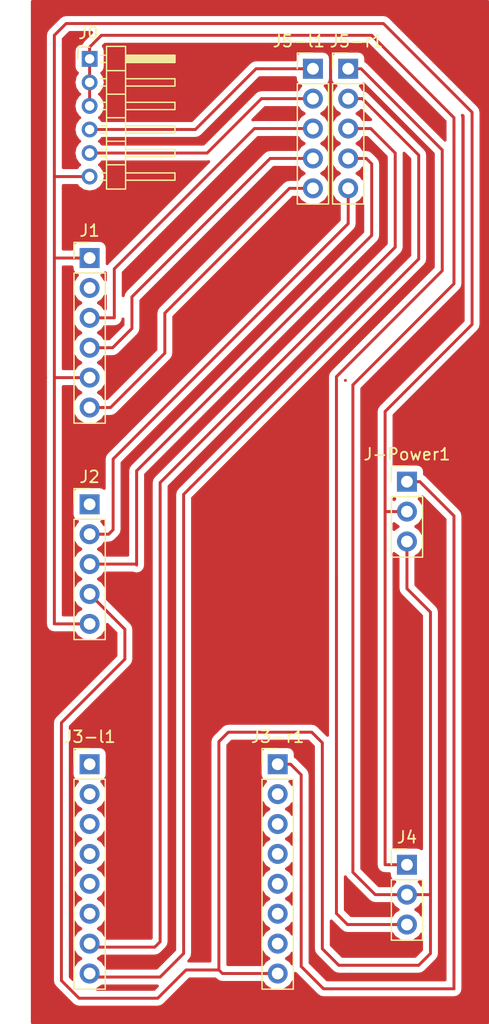
<source format=kicad_pcb>
(kicad_pcb (version 4) (host pcbnew 4.0.7)

  (general
    (links 23)
    (no_connects 1)
    (area 46.299998 51 88.000001 138.000001)
    (thickness 1.6)
    (drawings 0)
    (tracks 123)
    (zones 0)
    (modules 9)
    (nets 27)
  )

  (page A4)
  (layers
    (0 F.Cu signal)
    (31 B.Cu signal)
    (33 F.Adhes user)
    (35 F.Paste user)
    (37 F.SilkS user)
    (39 F.Mask user)
    (40 Dwgs.User user)
    (41 Cmts.User user)
    (42 Eco1.User user)
    (43 Eco2.User user)
    (44 Edge.Cuts user)
    (45 Margin user)
    (47 F.CrtYd user)
    (49 F.Fab user)
  )

  (setup
    (last_trace_width 0.25)
    (trace_clearance 0.2)
    (zone_clearance 0.508)
    (zone_45_only no)
    (trace_min 0.2)
    (segment_width 0.2)
    (edge_width 0.15)
    (via_size 0.6)
    (via_drill 0.4)
    (via_min_size 0.4)
    (via_min_drill 0.3)
    (uvia_size 0.3)
    (uvia_drill 0.1)
    (uvias_allowed no)
    (uvia_min_size 0.2)
    (uvia_min_drill 0.1)
    (pcb_text_width 0.3)
    (pcb_text_size 1.5 1.5)
    (mod_edge_width 0.15)
    (mod_text_size 1 1)
    (mod_text_width 0.15)
    (pad_size 1.524 1.524)
    (pad_drill 0.762)
    (pad_to_mask_clearance 0.2)
    (aux_axis_origin 0 0)
    (visible_elements 7FFFFFFF)
    (pcbplotparams
      (layerselection 0x00020_00000000)
      (usegerberextensions false)
      (excludeedgelayer true)
      (linewidth 2.000000)
      (plotframeref false)
      (viasonmask false)
      (mode 1)
      (useauxorigin false)
      (hpglpennumber 1)
      (hpglpenspeed 20)
      (hpglpendiameter 15)
      (hpglpenoverlay 2)
      (psnegative false)
      (psa4output false)
      (plotreference true)
      (plotvalue true)
      (plotinvisibletext false)
      (padsonsilk true)
      (subtractmaskfromsilk false)
      (outputformat 4)
      (mirror false)
      (drillshape 2)
      (scaleselection 1)
      (outputdirectory output.d/))
  )

  (net 0 "")
  (net 1 +5V)
  (net 2 +3V3)
  (net 3 GND)
  (net 4 "Net-(J0-Pad4)")
  (net 5 "Net-(J0-Pad5)")
  (net 6 "Net-(J1-Pad3)")
  (net 7 "Net-(J1-Pad4)")
  (net 8 "Net-(J1-Pad6)")
  (net 9 "Net-(J2-Pad1)")
  (net 10 "Net-(J2-Pad2)")
  (net 11 "Net-(J2-Pad3)")
  (net 12 "Net-(J3-l1-Pad1)")
  (net 13 "Net-(J3-l1-Pad2)")
  (net 14 "Net-(J3-l1-Pad3)")
  (net 15 "Net-(J3-l1-Pad4)")
  (net 16 "Net-(J3-l1-Pad5)")
  (net 17 "Net-(J3-l1-Pad6)")
  (net 18 "Net-(J3-l1-Pad7)")
  (net 19 "Net-(J3-l1-Pad8)")
  (net 20 "Net-(J3-r1-Pad2)")
  (net 21 "Net-(J3-r1-Pad3)")
  (net 22 "Net-(J3-r1-Pad4)")
  (net 23 "Net-(J3-r1-Pad5)")
  (net 24 "Net-(J3-r1-Pad6)")
  (net 25 "Net-(J3-r1-Pad7)")
  (net 26 "Net-(J4-Pad3)")

  (net_class Default 这是默认网络组.
    (clearance 0.2)
    (trace_width 0.25)
    (via_dia 0.6)
    (via_drill 0.4)
    (uvia_dia 0.3)
    (uvia_drill 0.1)
    (add_net +3V3)
    (add_net +5V)
    (add_net GND)
    (add_net "Net-(J0-Pad4)")
    (add_net "Net-(J0-Pad5)")
    (add_net "Net-(J1-Pad3)")
    (add_net "Net-(J1-Pad4)")
    (add_net "Net-(J1-Pad6)")
    (add_net "Net-(J2-Pad1)")
    (add_net "Net-(J2-Pad2)")
    (add_net "Net-(J2-Pad3)")
    (add_net "Net-(J3-l1-Pad1)")
    (add_net "Net-(J3-l1-Pad2)")
    (add_net "Net-(J3-l1-Pad3)")
    (add_net "Net-(J3-l1-Pad4)")
    (add_net "Net-(J3-l1-Pad5)")
    (add_net "Net-(J3-l1-Pad6)")
    (add_net "Net-(J3-l1-Pad7)")
    (add_net "Net-(J3-l1-Pad8)")
    (add_net "Net-(J3-r1-Pad2)")
    (add_net "Net-(J3-r1-Pad3)")
    (add_net "Net-(J3-r1-Pad4)")
    (add_net "Net-(J3-r1-Pad5)")
    (add_net "Net-(J3-r1-Pad6)")
    (add_net "Net-(J3-r1-Pad7)")
    (add_net "Net-(J4-Pad3)")
  )

  (module Pin_Headers:Pin_Header_Straight_1x03_Pitch2.54mm (layer F.Cu) (tedit 59650532) (tstamp 59DB0A04)
    (at 81 91.92)
    (descr "Through hole straight pin header, 1x03, 2.54mm pitch, single row")
    (tags "Through hole pin header THT 1x03 2.54mm single row")
    (path /59DB06A5)
    (fp_text reference J-Power1 (at 0 -2.33) (layer F.SilkS)
      (effects (font (size 1 1) (thickness 0.15)))
    )
    (fp_text value Power (at 0 7.41) (layer F.Fab)
      (effects (font (size 1 1) (thickness 0.15)))
    )
    (fp_line (start -0.635 -1.27) (end 1.27 -1.27) (layer F.Fab) (width 0.1))
    (fp_line (start 1.27 -1.27) (end 1.27 6.35) (layer F.Fab) (width 0.1))
    (fp_line (start 1.27 6.35) (end -1.27 6.35) (layer F.Fab) (width 0.1))
    (fp_line (start -1.27 6.35) (end -1.27 -0.635) (layer F.Fab) (width 0.1))
    (fp_line (start -1.27 -0.635) (end -0.635 -1.27) (layer F.Fab) (width 0.1))
    (fp_line (start -1.33 6.41) (end 1.33 6.41) (layer F.SilkS) (width 0.12))
    (fp_line (start -1.33 1.27) (end -1.33 6.41) (layer F.SilkS) (width 0.12))
    (fp_line (start 1.33 1.27) (end 1.33 6.41) (layer F.SilkS) (width 0.12))
    (fp_line (start -1.33 1.27) (end 1.33 1.27) (layer F.SilkS) (width 0.12))
    (fp_line (start -1.33 0) (end -1.33 -1.33) (layer F.SilkS) (width 0.12))
    (fp_line (start -1.33 -1.33) (end 0 -1.33) (layer F.SilkS) (width 0.12))
    (fp_line (start -1.8 -1.8) (end -1.8 6.85) (layer F.CrtYd) (width 0.05))
    (fp_line (start -1.8 6.85) (end 1.8 6.85) (layer F.CrtYd) (width 0.05))
    (fp_line (start 1.8 6.85) (end 1.8 -1.8) (layer F.CrtYd) (width 0.05))
    (fp_line (start 1.8 -1.8) (end -1.8 -1.8) (layer F.CrtYd) (width 0.05))
    (fp_text user %R (at 0 2.54 90) (layer F.Fab)
      (effects (font (size 1 1) (thickness 0.15)))
    )
    (pad 1 thru_hole rect (at 0 0) (size 1.7 1.7) (drill 1) (layers *.Cu *.Mask)
      (net 1 +5V))
    (pad 2 thru_hole oval (at 0 2.54) (size 1.7 1.7) (drill 1) (layers *.Cu *.Mask)
      (net 2 +3V3))
    (pad 3 thru_hole oval (at 0 5.08) (size 1.7 1.7) (drill 1) (layers *.Cu *.Mask)
      (net 3 GND))
    (model ${KISYS3DMOD}/Pin_Headers.3dshapes/Pin_Header_Straight_1x03_Pitch2.54mm.wrl
      (at (xyz 0 0 0))
      (scale (xyz 1 1 1))
      (rotate (xyz 0 0 0))
    )
  )

  (module Pin_Headers:Pin_Header_Angled_1x06_Pitch2.00mm (layer F.Cu) (tedit 59650533) (tstamp 59DB0A0E)
    (at 54 56)
    (descr "Through hole angled pin header, 1x06, 2.00mm pitch, 4.2mm pin length, single row")
    (tags "Through hole angled pin header THT 1x06 2.00mm single row")
    (path /59DAE385)
    (fp_text reference J0 (at -0.1 -2.2) (layer F.SilkS)
      (effects (font (size 1 1) (thickness 0.15)))
    )
    (fp_text value LC12S (at 3.1 12) (layer F.Fab)
      (effects (font (size 1 1) (thickness 0.15)))
    )
    (fp_line (start 1.875 -1) (end 3 -1) (layer F.Fab) (width 0.1))
    (fp_line (start 3 -1) (end 3 11) (layer F.Fab) (width 0.1))
    (fp_line (start 3 11) (end 1.5 11) (layer F.Fab) (width 0.1))
    (fp_line (start 1.5 11) (end 1.5 -0.625) (layer F.Fab) (width 0.1))
    (fp_line (start 1.5 -0.625) (end 1.875 -1) (layer F.Fab) (width 0.1))
    (fp_line (start -0.25 -0.25) (end 1.5 -0.25) (layer F.Fab) (width 0.1))
    (fp_line (start -0.25 -0.25) (end -0.25 0.25) (layer F.Fab) (width 0.1))
    (fp_line (start -0.25 0.25) (end 1.5 0.25) (layer F.Fab) (width 0.1))
    (fp_line (start 3 -0.25) (end 7.2 -0.25) (layer F.Fab) (width 0.1))
    (fp_line (start 7.2 -0.25) (end 7.2 0.25) (layer F.Fab) (width 0.1))
    (fp_line (start 3 0.25) (end 7.2 0.25) (layer F.Fab) (width 0.1))
    (fp_line (start -0.25 1.75) (end 1.5 1.75) (layer F.Fab) (width 0.1))
    (fp_line (start -0.25 1.75) (end -0.25 2.25) (layer F.Fab) (width 0.1))
    (fp_line (start -0.25 2.25) (end 1.5 2.25) (layer F.Fab) (width 0.1))
    (fp_line (start 3 1.75) (end 7.2 1.75) (layer F.Fab) (width 0.1))
    (fp_line (start 7.2 1.75) (end 7.2 2.25) (layer F.Fab) (width 0.1))
    (fp_line (start 3 2.25) (end 7.2 2.25) (layer F.Fab) (width 0.1))
    (fp_line (start -0.25 3.75) (end 1.5 3.75) (layer F.Fab) (width 0.1))
    (fp_line (start -0.25 3.75) (end -0.25 4.25) (layer F.Fab) (width 0.1))
    (fp_line (start -0.25 4.25) (end 1.5 4.25) (layer F.Fab) (width 0.1))
    (fp_line (start 3 3.75) (end 7.2 3.75) (layer F.Fab) (width 0.1))
    (fp_line (start 7.2 3.75) (end 7.2 4.25) (layer F.Fab) (width 0.1))
    (fp_line (start 3 4.25) (end 7.2 4.25) (layer F.Fab) (width 0.1))
    (fp_line (start -0.25 5.75) (end 1.5 5.75) (layer F.Fab) (width 0.1))
    (fp_line (start -0.25 5.75) (end -0.25 6.25) (layer F.Fab) (width 0.1))
    (fp_line (start -0.25 6.25) (end 1.5 6.25) (layer F.Fab) (width 0.1))
    (fp_line (start 3 5.75) (end 7.2 5.75) (layer F.Fab) (width 0.1))
    (fp_line (start 7.2 5.75) (end 7.2 6.25) (layer F.Fab) (width 0.1))
    (fp_line (start 3 6.25) (end 7.2 6.25) (layer F.Fab) (width 0.1))
    (fp_line (start -0.25 7.75) (end 1.5 7.75) (layer F.Fab) (width 0.1))
    (fp_line (start -0.25 7.75) (end -0.25 8.25) (layer F.Fab) (width 0.1))
    (fp_line (start -0.25 8.25) (end 1.5 8.25) (layer F.Fab) (width 0.1))
    (fp_line (start 3 7.75) (end 7.2 7.75) (layer F.Fab) (width 0.1))
    (fp_line (start 7.2 7.75) (end 7.2 8.25) (layer F.Fab) (width 0.1))
    (fp_line (start 3 8.25) (end 7.2 8.25) (layer F.Fab) (width 0.1))
    (fp_line (start -0.25 9.75) (end 1.5 9.75) (layer F.Fab) (width 0.1))
    (fp_line (start -0.25 9.75) (end -0.25 10.25) (layer F.Fab) (width 0.1))
    (fp_line (start -0.25 10.25) (end 1.5 10.25) (layer F.Fab) (width 0.1))
    (fp_line (start 3 9.75) (end 7.2 9.75) (layer F.Fab) (width 0.1))
    (fp_line (start 7.2 9.75) (end 7.2 10.25) (layer F.Fab) (width 0.1))
    (fp_line (start 3 10.25) (end 7.2 10.25) (layer F.Fab) (width 0.1))
    (fp_line (start 1.44 -1.06) (end 1.44 11.06) (layer F.SilkS) (width 0.12))
    (fp_line (start 1.44 11.06) (end 3.06 11.06) (layer F.SilkS) (width 0.12))
    (fp_line (start 3.06 11.06) (end 3.06 -1.06) (layer F.SilkS) (width 0.12))
    (fp_line (start 3.06 -1.06) (end 1.44 -1.06) (layer F.SilkS) (width 0.12))
    (fp_line (start 3.06 -0.31) (end 7.26 -0.31) (layer F.SilkS) (width 0.12))
    (fp_line (start 7.26 -0.31) (end 7.26 0.31) (layer F.SilkS) (width 0.12))
    (fp_line (start 7.26 0.31) (end 3.06 0.31) (layer F.SilkS) (width 0.12))
    (fp_line (start 3.06 -0.25) (end 7.26 -0.25) (layer F.SilkS) (width 0.12))
    (fp_line (start 3.06 -0.13) (end 7.26 -0.13) (layer F.SilkS) (width 0.12))
    (fp_line (start 3.06 -0.01) (end 7.26 -0.01) (layer F.SilkS) (width 0.12))
    (fp_line (start 3.06 0.11) (end 7.26 0.11) (layer F.SilkS) (width 0.12))
    (fp_line (start 3.06 0.23) (end 7.26 0.23) (layer F.SilkS) (width 0.12))
    (fp_line (start 0.935 -0.31) (end 1.44 -0.31) (layer F.SilkS) (width 0.12))
    (fp_line (start 0.935 0.31) (end 1.44 0.31) (layer F.SilkS) (width 0.12))
    (fp_line (start 1.44 1) (end 3.06 1) (layer F.SilkS) (width 0.12))
    (fp_line (start 3.06 1.69) (end 7.26 1.69) (layer F.SilkS) (width 0.12))
    (fp_line (start 7.26 1.69) (end 7.26 2.31) (layer F.SilkS) (width 0.12))
    (fp_line (start 7.26 2.31) (end 3.06 2.31) (layer F.SilkS) (width 0.12))
    (fp_line (start 0.882114 1.69) (end 1.44 1.69) (layer F.SilkS) (width 0.12))
    (fp_line (start 0.882114 2.31) (end 1.44 2.31) (layer F.SilkS) (width 0.12))
    (fp_line (start 1.44 3) (end 3.06 3) (layer F.SilkS) (width 0.12))
    (fp_line (start 3.06 3.69) (end 7.26 3.69) (layer F.SilkS) (width 0.12))
    (fp_line (start 7.26 3.69) (end 7.26 4.31) (layer F.SilkS) (width 0.12))
    (fp_line (start 7.26 4.31) (end 3.06 4.31) (layer F.SilkS) (width 0.12))
    (fp_line (start 0.882114 3.69) (end 1.44 3.69) (layer F.SilkS) (width 0.12))
    (fp_line (start 0.882114 4.31) (end 1.44 4.31) (layer F.SilkS) (width 0.12))
    (fp_line (start 1.44 5) (end 3.06 5) (layer F.SilkS) (width 0.12))
    (fp_line (start 3.06 5.69) (end 7.26 5.69) (layer F.SilkS) (width 0.12))
    (fp_line (start 7.26 5.69) (end 7.26 6.31) (layer F.SilkS) (width 0.12))
    (fp_line (start 7.26 6.31) (end 3.06 6.31) (layer F.SilkS) (width 0.12))
    (fp_line (start 0.882114 5.69) (end 1.44 5.69) (layer F.SilkS) (width 0.12))
    (fp_line (start 0.882114 6.31) (end 1.44 6.31) (layer F.SilkS) (width 0.12))
    (fp_line (start 1.44 7) (end 3.06 7) (layer F.SilkS) (width 0.12))
    (fp_line (start 3.06 7.69) (end 7.26 7.69) (layer F.SilkS) (width 0.12))
    (fp_line (start 7.26 7.69) (end 7.26 8.31) (layer F.SilkS) (width 0.12))
    (fp_line (start 7.26 8.31) (end 3.06 8.31) (layer F.SilkS) (width 0.12))
    (fp_line (start 0.882114 7.69) (end 1.44 7.69) (layer F.SilkS) (width 0.12))
    (fp_line (start 0.882114 8.31) (end 1.44 8.31) (layer F.SilkS) (width 0.12))
    (fp_line (start 1.44 9) (end 3.06 9) (layer F.SilkS) (width 0.12))
    (fp_line (start 3.06 9.69) (end 7.26 9.69) (layer F.SilkS) (width 0.12))
    (fp_line (start 7.26 9.69) (end 7.26 10.31) (layer F.SilkS) (width 0.12))
    (fp_line (start 7.26 10.31) (end 3.06 10.31) (layer F.SilkS) (width 0.12))
    (fp_line (start 0.882114 9.69) (end 1.44 9.69) (layer F.SilkS) (width 0.12))
    (fp_line (start 0.882114 10.31) (end 1.44 10.31) (layer F.SilkS) (width 0.12))
    (fp_line (start -1 0) (end -1 -1) (layer F.SilkS) (width 0.12))
    (fp_line (start -1 -1) (end 0 -1) (layer F.SilkS) (width 0.12))
    (fp_line (start -1.5 -1.5) (end -1.5 11.5) (layer F.CrtYd) (width 0.05))
    (fp_line (start -1.5 11.5) (end 7.7 11.5) (layer F.CrtYd) (width 0.05))
    (fp_line (start 7.7 11.5) (end 7.7 -1.5) (layer F.CrtYd) (width 0.05))
    (fp_line (start 7.7 -1.5) (end -1.5 -1.5) (layer F.CrtYd) (width 0.05))
    (fp_text user %R (at 2.25 5 90) (layer F.Fab)
      (effects (font (size 0.9 0.9) (thickness 0.135)))
    )
    (pad 1 thru_hole rect (at 0 0) (size 1.35 1.35) (drill 0.8) (layers *.Cu *.Mask)
      (net 3 GND))
    (pad 2 thru_hole oval (at 0 2) (size 1.35 1.35) (drill 0.8) (layers *.Cu *.Mask)
      (net 3 GND))
    (pad 3 thru_hole oval (at 0 4) (size 1.35 1.35) (drill 0.8) (layers *.Cu *.Mask)
      (net 3 GND))
    (pad 4 thru_hole oval (at 0 6) (size 1.35 1.35) (drill 0.8) (layers *.Cu *.Mask)
      (net 4 "Net-(J0-Pad4)"))
    (pad 5 thru_hole oval (at 0 8) (size 1.35 1.35) (drill 0.8) (layers *.Cu *.Mask)
      (net 5 "Net-(J0-Pad5)"))
    (pad 6 thru_hole oval (at 0 10) (size 1.35 1.35) (drill 0.8) (layers *.Cu *.Mask)
      (net 2 +3V3))
    (model ${KISYS3DMOD}/Pin_Headers.3dshapes/Pin_Header_Angled_1x06_Pitch2.00mm.wrl
      (at (xyz 0 0 0))
      (scale (xyz 1 1 1))
      (rotate (xyz 0 0 0))
    )
  )

  (module Socket_Strips:Socket_Strip_Straight_1x06_Pitch2.54mm (layer F.Cu) (tedit 58CD5446) (tstamp 59DB0A18)
    (at 54 72.92)
    (descr "Through hole straight socket strip, 1x06, 2.54mm pitch, single row")
    (tags "Through hole socket strip THT 1x06 2.54mm single row")
    (path /59DAE429)
    (fp_text reference J1 (at 0 -2.33) (layer F.SilkS)
      (effects (font (size 1 1) (thickness 0.15)))
    )
    (fp_text value OLED (at 0 15.03) (layer F.Fab)
      (effects (font (size 1 1) (thickness 0.15)))
    )
    (fp_line (start -1.27 -1.27) (end -1.27 13.97) (layer F.Fab) (width 0.1))
    (fp_line (start -1.27 13.97) (end 1.27 13.97) (layer F.Fab) (width 0.1))
    (fp_line (start 1.27 13.97) (end 1.27 -1.27) (layer F.Fab) (width 0.1))
    (fp_line (start 1.27 -1.27) (end -1.27 -1.27) (layer F.Fab) (width 0.1))
    (fp_line (start -1.33 1.27) (end -1.33 14.03) (layer F.SilkS) (width 0.12))
    (fp_line (start -1.33 14.03) (end 1.33 14.03) (layer F.SilkS) (width 0.12))
    (fp_line (start 1.33 14.03) (end 1.33 1.27) (layer F.SilkS) (width 0.12))
    (fp_line (start 1.33 1.27) (end -1.33 1.27) (layer F.SilkS) (width 0.12))
    (fp_line (start -1.33 0) (end -1.33 -1.33) (layer F.SilkS) (width 0.12))
    (fp_line (start -1.33 -1.33) (end 0 -1.33) (layer F.SilkS) (width 0.12))
    (fp_line (start -1.8 -1.8) (end -1.8 14.5) (layer F.CrtYd) (width 0.05))
    (fp_line (start -1.8 14.5) (end 1.8 14.5) (layer F.CrtYd) (width 0.05))
    (fp_line (start 1.8 14.5) (end 1.8 -1.8) (layer F.CrtYd) (width 0.05))
    (fp_line (start 1.8 -1.8) (end -1.8 -1.8) (layer F.CrtYd) (width 0.05))
    (fp_text user %R (at 0 -2.33) (layer F.Fab)
      (effects (font (size 1 1) (thickness 0.15)))
    )
    (pad 1 thru_hole rect (at 0 0) (size 1.7 1.7) (drill 1) (layers *.Cu *.Mask)
      (net 2 +3V3))
    (pad 2 thru_hole oval (at 0 2.54) (size 1.7 1.7) (drill 1) (layers *.Cu *.Mask)
      (net 3 GND))
    (pad 3 thru_hole oval (at 0 5.08) (size 1.7 1.7) (drill 1) (layers *.Cu *.Mask)
      (net 6 "Net-(J1-Pad3)"))
    (pad 4 thru_hole oval (at 0 7.62) (size 1.7 1.7) (drill 1) (layers *.Cu *.Mask)
      (net 7 "Net-(J1-Pad4)"))
    (pad 5 thru_hole oval (at 0 10.16) (size 1.7 1.7) (drill 1) (layers *.Cu *.Mask)
      (net 2 +3V3))
    (pad 6 thru_hole oval (at 0 12.7) (size 1.7 1.7) (drill 1) (layers *.Cu *.Mask)
      (net 8 "Net-(J1-Pad6)"))
    (model ${KISYS3DMOD}/Socket_Strips.3dshapes/Socket_Strip_Straight_1x06_Pitch2.54mm.wrl
      (at (xyz 0 -0.25 0))
      (scale (xyz 1 1 1))
      (rotate (xyz 0 0 270))
    )
  )

  (module Socket_Strips:Socket_Strip_Straight_1x05_Pitch2.54mm (layer F.Cu) (tedit 58CD5446) (tstamp 59DB0A21)
    (at 54 93.84)
    (descr "Through hole straight socket strip, 1x05, 2.54mm pitch, single row")
    (tags "Through hole socket strip THT 1x05 2.54mm single row")
    (path /59DAE478)
    (fp_text reference J2 (at 0 -2.33) (layer F.SilkS)
      (effects (font (size 1 1) (thickness 0.15)))
    )
    (fp_text value GPS (at 0 12.49) (layer F.Fab)
      (effects (font (size 1 1) (thickness 0.15)))
    )
    (fp_line (start -1.27 -1.27) (end -1.27 11.43) (layer F.Fab) (width 0.1))
    (fp_line (start -1.27 11.43) (end 1.27 11.43) (layer F.Fab) (width 0.1))
    (fp_line (start 1.27 11.43) (end 1.27 -1.27) (layer F.Fab) (width 0.1))
    (fp_line (start 1.27 -1.27) (end -1.27 -1.27) (layer F.Fab) (width 0.1))
    (fp_line (start -1.33 1.27) (end -1.33 11.49) (layer F.SilkS) (width 0.12))
    (fp_line (start -1.33 11.49) (end 1.33 11.49) (layer F.SilkS) (width 0.12))
    (fp_line (start 1.33 11.49) (end 1.33 1.27) (layer F.SilkS) (width 0.12))
    (fp_line (start 1.33 1.27) (end -1.33 1.27) (layer F.SilkS) (width 0.12))
    (fp_line (start -1.33 0) (end -1.33 -1.33) (layer F.SilkS) (width 0.12))
    (fp_line (start -1.33 -1.33) (end 0 -1.33) (layer F.SilkS) (width 0.12))
    (fp_line (start -1.8 -1.8) (end -1.8 11.95) (layer F.CrtYd) (width 0.05))
    (fp_line (start -1.8 11.95) (end 1.8 11.95) (layer F.CrtYd) (width 0.05))
    (fp_line (start 1.8 11.95) (end 1.8 -1.8) (layer F.CrtYd) (width 0.05))
    (fp_line (start 1.8 -1.8) (end -1.8 -1.8) (layer F.CrtYd) (width 0.05))
    (fp_text user %R (at 0 -2.33) (layer F.Fab)
      (effects (font (size 1 1) (thickness 0.15)))
    )
    (pad 1 thru_hole rect (at 0 0) (size 1.7 1.7) (drill 1) (layers *.Cu *.Mask)
      (net 9 "Net-(J2-Pad1)"))
    (pad 2 thru_hole oval (at 0 2.54) (size 1.7 1.7) (drill 1) (layers *.Cu *.Mask)
      (net 10 "Net-(J2-Pad2)"))
    (pad 3 thru_hole oval (at 0 5.08) (size 1.7 1.7) (drill 1) (layers *.Cu *.Mask)
      (net 11 "Net-(J2-Pad3)"))
    (pad 4 thru_hole oval (at 0 7.62) (size 1.7 1.7) (drill 1) (layers *.Cu *.Mask)
      (net 3 GND))
    (pad 5 thru_hole oval (at 0 10.16) (size 1.7 1.7) (drill 1) (layers *.Cu *.Mask)
      (net 2 +3V3))
    (model ${KISYS3DMOD}/Socket_Strips.3dshapes/Socket_Strip_Straight_1x05_Pitch2.54mm.wrl
      (at (xyz 0 -0.2 0))
      (scale (xyz 1 1 1))
      (rotate (xyz 0 0 270))
    )
  )

  (module Socket_Strips:Socket_Strip_Straight_1x08_Pitch2.54mm (layer F.Cu) (tedit 58CD5446) (tstamp 59DB0A2D)
    (at 54 115.92)
    (descr "Through hole straight socket strip, 1x08, 2.54mm pitch, single row")
    (tags "Through hole socket strip THT 1x08 2.54mm single row")
    (path /59DAE4D8)
    (fp_text reference J3-l1 (at 0 -2.33) (layer F.SilkS)
      (effects (font (size 1 1) (thickness 0.15)))
    )
    (fp_text value "speaker (left  pins)" (at 0 20.11) (layer F.Fab)
      (effects (font (size 1 1) (thickness 0.15)))
    )
    (fp_line (start -1.27 -1.27) (end -1.27 19.05) (layer F.Fab) (width 0.1))
    (fp_line (start -1.27 19.05) (end 1.27 19.05) (layer F.Fab) (width 0.1))
    (fp_line (start 1.27 19.05) (end 1.27 -1.27) (layer F.Fab) (width 0.1))
    (fp_line (start 1.27 -1.27) (end -1.27 -1.27) (layer F.Fab) (width 0.1))
    (fp_line (start -1.33 1.27) (end -1.33 19.11) (layer F.SilkS) (width 0.12))
    (fp_line (start -1.33 19.11) (end 1.33 19.11) (layer F.SilkS) (width 0.12))
    (fp_line (start 1.33 19.11) (end 1.33 1.27) (layer F.SilkS) (width 0.12))
    (fp_line (start 1.33 1.27) (end -1.33 1.27) (layer F.SilkS) (width 0.12))
    (fp_line (start -1.33 0) (end -1.33 -1.33) (layer F.SilkS) (width 0.12))
    (fp_line (start -1.33 -1.33) (end 0 -1.33) (layer F.SilkS) (width 0.12))
    (fp_line (start -1.8 -1.8) (end -1.8 19.55) (layer F.CrtYd) (width 0.05))
    (fp_line (start -1.8 19.55) (end 1.8 19.55) (layer F.CrtYd) (width 0.05))
    (fp_line (start 1.8 19.55) (end 1.8 -1.8) (layer F.CrtYd) (width 0.05))
    (fp_line (start 1.8 -1.8) (end -1.8 -1.8) (layer F.CrtYd) (width 0.05))
    (fp_text user %R (at 0 -2.33) (layer F.Fab)
      (effects (font (size 1 1) (thickness 0.15)))
    )
    (pad 1 thru_hole rect (at 0 0) (size 1.7 1.7) (drill 1) (layers *.Cu *.Mask)
      (net 12 "Net-(J3-l1-Pad1)"))
    (pad 2 thru_hole oval (at 0 2.54) (size 1.7 1.7) (drill 1) (layers *.Cu *.Mask)
      (net 13 "Net-(J3-l1-Pad2)"))
    (pad 3 thru_hole oval (at 0 5.08) (size 1.7 1.7) (drill 1) (layers *.Cu *.Mask)
      (net 14 "Net-(J3-l1-Pad3)"))
    (pad 4 thru_hole oval (at 0 7.62) (size 1.7 1.7) (drill 1) (layers *.Cu *.Mask)
      (net 15 "Net-(J3-l1-Pad4)"))
    (pad 5 thru_hole oval (at 0 10.16) (size 1.7 1.7) (drill 1) (layers *.Cu *.Mask)
      (net 16 "Net-(J3-l1-Pad5)"))
    (pad 6 thru_hole oval (at 0 12.7) (size 1.7 1.7) (drill 1) (layers *.Cu *.Mask)
      (net 17 "Net-(J3-l1-Pad6)"))
    (pad 7 thru_hole oval (at 0 15.24) (size 1.7 1.7) (drill 1) (layers *.Cu *.Mask)
      (net 18 "Net-(J3-l1-Pad7)"))
    (pad 8 thru_hole oval (at 0 17.78) (size 1.7 1.7) (drill 1) (layers *.Cu *.Mask)
      (net 19 "Net-(J3-l1-Pad8)"))
    (model ${KISYS3DMOD}/Socket_Strips.3dshapes/Socket_Strip_Straight_1x08_Pitch2.54mm.wrl
      (at (xyz 0 -0.35 0))
      (scale (xyz 1 1 1))
      (rotate (xyz 0 0 270))
    )
  )

  (module Socket_Strips:Socket_Strip_Straight_1x08_Pitch2.54mm (layer F.Cu) (tedit 58CD5446) (tstamp 59DB0A39)
    (at 70 115.92)
    (descr "Through hole straight socket strip, 1x08, 2.54mm pitch, single row")
    (tags "Through hole socket strip THT 1x08 2.54mm single row")
    (path /59DAE59D)
    (fp_text reference J3-r1 (at 0 -2.33) (layer F.SilkS)
      (effects (font (size 1 1) (thickness 0.15)))
    )
    (fp_text value "speaker (right  pins)" (at 0 20.11) (layer F.Fab)
      (effects (font (size 1 1) (thickness 0.15)))
    )
    (fp_line (start -1.27 -1.27) (end -1.27 19.05) (layer F.Fab) (width 0.1))
    (fp_line (start -1.27 19.05) (end 1.27 19.05) (layer F.Fab) (width 0.1))
    (fp_line (start 1.27 19.05) (end 1.27 -1.27) (layer F.Fab) (width 0.1))
    (fp_line (start 1.27 -1.27) (end -1.27 -1.27) (layer F.Fab) (width 0.1))
    (fp_line (start -1.33 1.27) (end -1.33 19.11) (layer F.SilkS) (width 0.12))
    (fp_line (start -1.33 19.11) (end 1.33 19.11) (layer F.SilkS) (width 0.12))
    (fp_line (start 1.33 19.11) (end 1.33 1.27) (layer F.SilkS) (width 0.12))
    (fp_line (start 1.33 1.27) (end -1.33 1.27) (layer F.SilkS) (width 0.12))
    (fp_line (start -1.33 0) (end -1.33 -1.33) (layer F.SilkS) (width 0.12))
    (fp_line (start -1.33 -1.33) (end 0 -1.33) (layer F.SilkS) (width 0.12))
    (fp_line (start -1.8 -1.8) (end -1.8 19.55) (layer F.CrtYd) (width 0.05))
    (fp_line (start -1.8 19.55) (end 1.8 19.55) (layer F.CrtYd) (width 0.05))
    (fp_line (start 1.8 19.55) (end 1.8 -1.8) (layer F.CrtYd) (width 0.05))
    (fp_line (start 1.8 -1.8) (end -1.8 -1.8) (layer F.CrtYd) (width 0.05))
    (fp_text user %R (at 0 -2.33) (layer F.Fab)
      (effects (font (size 1 1) (thickness 0.15)))
    )
    (pad 1 thru_hole rect (at 0 0) (size 1.7 1.7) (drill 1) (layers *.Cu *.Mask)
      (net 1 +5V))
    (pad 2 thru_hole oval (at 0 2.54) (size 1.7 1.7) (drill 1) (layers *.Cu *.Mask)
      (net 20 "Net-(J3-r1-Pad2)"))
    (pad 3 thru_hole oval (at 0 5.08) (size 1.7 1.7) (drill 1) (layers *.Cu *.Mask)
      (net 21 "Net-(J3-r1-Pad3)"))
    (pad 4 thru_hole oval (at 0 7.62) (size 1.7 1.7) (drill 1) (layers *.Cu *.Mask)
      (net 22 "Net-(J3-r1-Pad4)"))
    (pad 5 thru_hole oval (at 0 10.16) (size 1.7 1.7) (drill 1) (layers *.Cu *.Mask)
      (net 23 "Net-(J3-r1-Pad5)"))
    (pad 6 thru_hole oval (at 0 12.7) (size 1.7 1.7) (drill 1) (layers *.Cu *.Mask)
      (net 24 "Net-(J3-r1-Pad6)"))
    (pad 7 thru_hole oval (at 0 15.24) (size 1.7 1.7) (drill 1) (layers *.Cu *.Mask)
      (net 25 "Net-(J3-r1-Pad7)"))
    (pad 8 thru_hole oval (at 0 17.78) (size 1.7 1.7) (drill 1) (layers *.Cu *.Mask)
      (net 3 GND))
    (model ${KISYS3DMOD}/Socket_Strips.3dshapes/Socket_Strip_Straight_1x08_Pitch2.54mm.wrl
      (at (xyz 0 -0.35 0))
      (scale (xyz 1 1 1))
      (rotate (xyz 0 0 270))
    )
  )

  (module Socket_Strips:Socket_Strip_Straight_1x03_Pitch2.54mm (layer F.Cu) (tedit 58CD5446) (tstamp 59DB0A40)
    (at 81 124.46)
    (descr "Through hole straight socket strip, 1x03, 2.54mm pitch, single row")
    (tags "Through hole socket strip THT 1x03 2.54mm single row")
    (path /59DAE7C5)
    (fp_text reference J4 (at 0 -2.33) (layer F.SilkS)
      (effects (font (size 1 1) (thickness 0.15)))
    )
    (fp_text value IR (at 0 7.41) (layer F.Fab)
      (effects (font (size 1 1) (thickness 0.15)))
    )
    (fp_line (start -1.27 -1.27) (end -1.27 6.35) (layer F.Fab) (width 0.1))
    (fp_line (start -1.27 6.35) (end 1.27 6.35) (layer F.Fab) (width 0.1))
    (fp_line (start 1.27 6.35) (end 1.27 -1.27) (layer F.Fab) (width 0.1))
    (fp_line (start 1.27 -1.27) (end -1.27 -1.27) (layer F.Fab) (width 0.1))
    (fp_line (start -1.33 1.27) (end -1.33 6.41) (layer F.SilkS) (width 0.12))
    (fp_line (start -1.33 6.41) (end 1.33 6.41) (layer F.SilkS) (width 0.12))
    (fp_line (start 1.33 6.41) (end 1.33 1.27) (layer F.SilkS) (width 0.12))
    (fp_line (start 1.33 1.27) (end -1.33 1.27) (layer F.SilkS) (width 0.12))
    (fp_line (start -1.33 0) (end -1.33 -1.33) (layer F.SilkS) (width 0.12))
    (fp_line (start -1.33 -1.33) (end 0 -1.33) (layer F.SilkS) (width 0.12))
    (fp_line (start -1.8 -1.8) (end -1.8 6.85) (layer F.CrtYd) (width 0.05))
    (fp_line (start -1.8 6.85) (end 1.8 6.85) (layer F.CrtYd) (width 0.05))
    (fp_line (start 1.8 6.85) (end 1.8 -1.8) (layer F.CrtYd) (width 0.05))
    (fp_line (start 1.8 -1.8) (end -1.8 -1.8) (layer F.CrtYd) (width 0.05))
    (fp_text user %R (at 0 -2.33) (layer F.Fab)
      (effects (font (size 1 1) (thickness 0.15)))
    )
    (pad 1 thru_hole rect (at 0 0) (size 1.7 1.7) (drill 1) (layers *.Cu *.Mask)
      (net 2 +3V3))
    (pad 2 thru_hole oval (at 0 2.54) (size 1.7 1.7) (drill 1) (layers *.Cu *.Mask)
      (net 3 GND))
    (pad 3 thru_hole oval (at 0 5.08) (size 1.7 1.7) (drill 1) (layers *.Cu *.Mask)
      (net 26 "Net-(J4-Pad3)"))
    (model ${KISYS3DMOD}/Socket_Strips.3dshapes/Socket_Strip_Straight_1x03_Pitch2.54mm.wrl
      (at (xyz 0 -0.1 0))
      (scale (xyz 1 1 1))
      (rotate (xyz 0 0 270))
    )
  )

  (module Pin_Headers:Pin_Header_Straight_1x05_Pitch2.54mm (layer F.Cu) (tedit 59650532) (tstamp 59DB0A49)
    (at 73 56.84)
    (descr "Through hole straight pin header, 1x05, 2.54mm pitch, single row")
    (tags "Through hole pin header THT 1x05 2.54mm single row")
    (path /59DB0DC3)
    (fp_text reference J5-l1 (at -1.2 -2.34) (layer F.SilkS)
      (effects (font (size 1 1) (thickness 0.15)))
    )
    (fp_text value "Out(1)" (at 0 12.49) (layer F.Fab)
      (effects (font (size 1 1) (thickness 0.15)))
    )
    (fp_line (start -0.635 -1.27) (end 1.27 -1.27) (layer F.Fab) (width 0.1))
    (fp_line (start 1.27 -1.27) (end 1.27 11.43) (layer F.Fab) (width 0.1))
    (fp_line (start 1.27 11.43) (end -1.27 11.43) (layer F.Fab) (width 0.1))
    (fp_line (start -1.27 11.43) (end -1.27 -0.635) (layer F.Fab) (width 0.1))
    (fp_line (start -1.27 -0.635) (end -0.635 -1.27) (layer F.Fab) (width 0.1))
    (fp_line (start -1.33 11.49) (end 1.33 11.49) (layer F.SilkS) (width 0.12))
    (fp_line (start -1.33 1.27) (end -1.33 11.49) (layer F.SilkS) (width 0.12))
    (fp_line (start 1.33 1.27) (end 1.33 11.49) (layer F.SilkS) (width 0.12))
    (fp_line (start -1.33 1.27) (end 1.33 1.27) (layer F.SilkS) (width 0.12))
    (fp_line (start -1.33 0) (end -1.33 -1.33) (layer F.SilkS) (width 0.12))
    (fp_line (start -1.33 -1.33) (end 0 -1.33) (layer F.SilkS) (width 0.12))
    (fp_line (start -1.8 -1.8) (end -1.8 11.95) (layer F.CrtYd) (width 0.05))
    (fp_line (start -1.8 11.95) (end 1.8 11.95) (layer F.CrtYd) (width 0.05))
    (fp_line (start 1.8 11.95) (end 1.8 -1.8) (layer F.CrtYd) (width 0.05))
    (fp_line (start 1.8 -1.8) (end -1.8 -1.8) (layer F.CrtYd) (width 0.05))
    (fp_text user %R (at 0 5.08 90) (layer F.Fab)
      (effects (font (size 1 1) (thickness 0.15)))
    )
    (pad 1 thru_hole rect (at 0 0) (size 1.7 1.7) (drill 1) (layers *.Cu *.Mask)
      (net 4 "Net-(J0-Pad4)"))
    (pad 2 thru_hole oval (at 0 2.54) (size 1.7 1.7) (drill 1) (layers *.Cu *.Mask)
      (net 5 "Net-(J0-Pad5)"))
    (pad 3 thru_hole oval (at 0 5.08) (size 1.7 1.7) (drill 1) (layers *.Cu *.Mask)
      (net 6 "Net-(J1-Pad3)"))
    (pad 4 thru_hole oval (at 0 7.62) (size 1.7 1.7) (drill 1) (layers *.Cu *.Mask)
      (net 7 "Net-(J1-Pad4)"))
    (pad 5 thru_hole oval (at 0 10.16) (size 1.7 1.7) (drill 1) (layers *.Cu *.Mask)
      (net 8 "Net-(J1-Pad6)"))
    (model ${KISYS3DMOD}/Pin_Headers.3dshapes/Pin_Header_Straight_1x05_Pitch2.54mm.wrl
      (at (xyz 0 0 0))
      (scale (xyz 1 1 1))
      (rotate (xyz 0 0 0))
    )
  )

  (module Pin_Headers:Pin_Header_Straight_1x05_Pitch2.54mm (layer F.Cu) (tedit 59650532) (tstamp 59DB0A52)
    (at 76 56.84)
    (descr "Through hole straight pin header, 1x05, 2.54mm pitch, single row")
    (tags "Through hole pin header THT 1x05 2.54mm single row")
    (path /59DB0E7D)
    (fp_text reference J5-r1 (at 0.7 -2.33) (layer F.SilkS)
      (effects (font (size 1 1) (thickness 0.15)))
    )
    (fp_text value "Out(2)" (at 1 12.49) (layer F.Fab)
      (effects (font (size 1 1) (thickness 0.15)))
    )
    (fp_line (start -0.635 -1.27) (end 1.27 -1.27) (layer F.Fab) (width 0.1))
    (fp_line (start 1.27 -1.27) (end 1.27 11.43) (layer F.Fab) (width 0.1))
    (fp_line (start 1.27 11.43) (end -1.27 11.43) (layer F.Fab) (width 0.1))
    (fp_line (start -1.27 11.43) (end -1.27 -0.635) (layer F.Fab) (width 0.1))
    (fp_line (start -1.27 -0.635) (end -0.635 -1.27) (layer F.Fab) (width 0.1))
    (fp_line (start -1.33 11.49) (end 1.33 11.49) (layer F.SilkS) (width 0.12))
    (fp_line (start -1.33 1.27) (end -1.33 11.49) (layer F.SilkS) (width 0.12))
    (fp_line (start 1.33 1.27) (end 1.33 11.49) (layer F.SilkS) (width 0.12))
    (fp_line (start -1.33 1.27) (end 1.33 1.27) (layer F.SilkS) (width 0.12))
    (fp_line (start -1.33 0) (end -1.33 -1.33) (layer F.SilkS) (width 0.12))
    (fp_line (start -1.33 -1.33) (end 0 -1.33) (layer F.SilkS) (width 0.12))
    (fp_line (start -1.8 -1.8) (end -1.8 11.95) (layer F.CrtYd) (width 0.05))
    (fp_line (start -1.8 11.95) (end 1.8 11.95) (layer F.CrtYd) (width 0.05))
    (fp_line (start 1.8 11.95) (end 1.8 -1.8) (layer F.CrtYd) (width 0.05))
    (fp_line (start 1.8 -1.8) (end -1.8 -1.8) (layer F.CrtYd) (width 0.05))
    (fp_text user %R (at 0 5.08 90) (layer F.Fab)
      (effects (font (size 1 1) (thickness 0.15)))
    )
    (pad 1 thru_hole rect (at 0 0) (size 1.7 1.7) (drill 1) (layers *.Cu *.Mask)
      (net 26 "Net-(J4-Pad3)"))
    (pad 2 thru_hole oval (at 0 2.54) (size 1.7 1.7) (drill 1) (layers *.Cu *.Mask)
      (net 19 "Net-(J3-l1-Pad8)"))
    (pad 3 thru_hole oval (at 0 5.08) (size 1.7 1.7) (drill 1) (layers *.Cu *.Mask)
      (net 18 "Net-(J3-l1-Pad7)"))
    (pad 4 thru_hole oval (at 0 7.62) (size 1.7 1.7) (drill 1) (layers *.Cu *.Mask)
      (net 11 "Net-(J2-Pad3)"))
    (pad 5 thru_hole oval (at 0 10.16) (size 1.7 1.7) (drill 1) (layers *.Cu *.Mask)
      (net 10 "Net-(J2-Pad2)"))
    (model ${KISYS3DMOD}/Pin_Headers.3dshapes/Pin_Header_Straight_1x05_Pitch2.54mm.wrl
      (at (xyz 0 0 0))
      (scale (xyz 1 1 1))
      (rotate (xyz 0 0 0))
    )
  )

  (segment (start 81 91.92) (end 82.1 91.92) (width 0.25) (layer F.Cu) (net 1))
  (segment (start 82.1 91.92) (end 85 94.82) (width 0.25) (layer F.Cu) (net 1))
  (segment (start 85 94.82) (end 85 135) (width 0.25) (layer F.Cu) (net 1))
  (segment (start 85 135) (end 73.9 135) (width 0.25) (layer F.Cu) (net 1))
  (segment (start 73.9 135) (end 72 133.1) (width 0.25) (layer F.Cu) (net 1))
  (segment (start 72 133.1) (end 72 116.82) (width 0.25) (layer F.Cu) (net 1))
  (segment (start 72 116.82) (end 71.1 115.92) (width 0.25) (layer F.Cu) (net 1))
  (segment (start 71.1 115.92) (end 70 115.92) (width 0.25) (layer F.Cu) (net 1))
  (segment (start 71.1 115.92) (end 71.18 116) (width 0.25) (layer F.Cu) (net 1))
  (segment (start 51 66) (end 51 54) (width 0.25) (layer F.Cu) (net 2))
  (segment (start 86.54 60.54) (end 86.54 78.56) (width 0.25) (layer F.Cu) (net 2))
  (segment (start 51 54) (end 52 53) (width 0.25) (layer F.Cu) (net 2))
  (segment (start 52 53) (end 79 53) (width 0.25) (layer F.Cu) (net 2))
  (segment (start 79 53) (end 86.54 60.54) (width 0.25) (layer F.Cu) (net 2))
  (segment (start 86.54 78.56) (end 79.14 85.96) (width 0.25) (layer F.Cu) (net 2))
  (segment (start 79.14 85.96) (end 79.14 94.52) (width 0.25) (layer F.Cu) (net 2))
  (segment (start 79.2 94.46) (end 81 94.46) (width 0.25) (layer F.Cu) (net 2))
  (segment (start 79.14 124.46) (end 79.14 94.52) (width 0.25) (layer F.Cu) (net 2))
  (segment (start 79.14 94.52) (end 79.2 94.46) (width 0.25) (layer F.Cu) (net 2))
  (segment (start 81 124.46) (end 79.14 124.46) (width 0.25) (layer F.Cu) (net 2))
  (segment (start 51.08 83.08) (end 51 83.16) (width 0.25) (layer F.Cu) (net 2))
  (segment (start 51 83.16) (end 51 104) (width 0.25) (layer F.Cu) (net 2))
  (segment (start 51 104) (end 54 104) (width 0.25) (layer F.Cu) (net 2))
  (segment (start 51 73) (end 51 83) (width 0.25) (layer F.Cu) (net 2))
  (segment (start 51 83) (end 51.08 83.08) (width 0.25) (layer F.Cu) (net 2))
  (segment (start 51.08 83.08) (end 54 83.08) (width 0.25) (layer F.Cu) (net 2))
  (segment (start 52 72.92) (end 54 72.92) (width 0.25) (layer F.Cu) (net 2))
  (segment (start 51.08 72.92) (end 52 72.92) (width 0.25) (layer F.Cu) (net 2))
  (segment (start 51 73) (end 51.08 72.92) (width 0.25) (layer F.Cu) (net 2))
  (segment (start 51 66) (end 51 73) (width 0.25) (layer F.Cu) (net 2))
  (segment (start 51 66) (end 54 66) (width 0.25) (layer F.Cu) (net 2))
  (segment (start 51.6 112.4) (end 57 107) (width 0.25) (layer F.Cu) (net 3))
  (segment (start 53.1 135.8) (end 51.6 134.3) (width 0.25) (layer F.Cu) (net 3))
  (segment (start 65 133.4) (end 62.2 133.4) (width 0.25) (layer F.Cu) (net 3))
  (segment (start 62.2 133.4) (end 59.8 135.8) (width 0.25) (layer F.Cu) (net 3))
  (segment (start 59.8 135.8) (end 53.1 135.8) (width 0.25) (layer F.Cu) (net 3))
  (segment (start 51.6 134.3) (end 51.6 112.4) (width 0.25) (layer F.Cu) (net 3))
  (segment (start 78.3 127) (end 77.1 125.8) (width 0.25) (layer F.Cu) (net 3))
  (segment (start 76.4 83.7) (end 76.4 125.1) (width 0.25) (layer F.Cu) (net 3))
  (segment (start 77.1 125.8) (end 77 125.7) (width 0.25) (layer F.Cu) (net 3))
  (segment (start 76.4 125.1) (end 77.1 125.8) (width 0.25) (layer F.Cu) (net 3))
  (segment (start 85 75.1) (end 76.4 83.7) (width 0.25) (layer F.Cu) (net 3))
  (segment (start 85 61) (end 85 75.1) (width 0.25) (layer F.Cu) (net 3))
  (segment (start 81 127) (end 78.3 127) (width 0.25) (layer F.Cu) (net 3))
  (segment (start 83 127) (end 83 132) (width 0.25) (layer F.Cu) (net 3))
  (segment (start 83 132) (end 82 133) (width 0.25) (layer F.Cu) (net 3))
  (segment (start 65.8 113.2) (end 65 114) (width 0.25) (layer F.Cu) (net 3))
  (segment (start 82 133) (end 75.2 133) (width 0.25) (layer F.Cu) (net 3))
  (segment (start 73.8 114.1) (end 72.9 113.2) (width 0.25) (layer F.Cu) (net 3))
  (segment (start 72.9 113.2) (end 65.8 113.2) (width 0.25) (layer F.Cu) (net 3))
  (segment (start 75.2 133) (end 73.8 131.6) (width 0.25) (layer F.Cu) (net 3))
  (segment (start 73.8 131.6) (end 73.8 114.1) (width 0.25) (layer F.Cu) (net 3))
  (segment (start 81 127) (end 83 127) (width 0.25) (layer F.Cu) (net 3))
  (segment (start 83 103) (end 83 127) (width 0.25) (layer F.Cu) (net 3))
  (segment (start 81 101) (end 83 103) (width 0.25) (layer F.Cu) (net 3))
  (segment (start 81 97) (end 81 101) (width 0.25) (layer F.Cu) (net 3))
  (segment (start 54 56) (end 54 55) (width 0.25) (layer F.Cu) (net 3))
  (segment (start 54 55) (end 55 54) (width 0.25) (layer F.Cu) (net 3))
  (segment (start 55 54) (end 78 54) (width 0.25) (layer F.Cu) (net 3))
  (segment (start 78 54) (end 85 61) (width 0.25) (layer F.Cu) (net 3))
  (segment (start 54 58) (end 54 60) (width 0.25) (layer F.Cu) (net 3))
  (segment (start 54 56) (end 54 58) (width 0.25) (layer F.Cu) (net 3))
  (segment (start 57 107) (end 57 104.46) (width 0.25) (layer F.Cu) (net 3))
  (segment (start 57 104.46) (end 54 101.46) (width 0.25) (layer F.Cu) (net 3))
  (segment (start 65 133.4) (end 65.3 133.7) (width 0.25) (layer F.Cu) (net 3))
  (segment (start 65 114) (end 65 133.4) (width 0.25) (layer F.Cu) (net 3))
  (segment (start 65.3 133.7) (end 70 133.7) (width 0.25) (layer F.Cu) (net 3))
  (segment (start 68.16 56.84) (end 63 62) (width 0.25) (layer F.Cu) (net 4))
  (segment (start 63 62) (end 54 62) (width 0.25) (layer F.Cu) (net 4))
  (segment (start 73 56.84) (end 68.16 56.84) (width 0.25) (layer F.Cu) (net 4))
  (segment (start 64 64) (end 54 64) (width 0.25) (layer F.Cu) (net 5))
  (segment (start 68.62 59.38) (end 64 64) (width 0.25) (layer F.Cu) (net 5))
  (segment (start 73 59.38) (end 68.62 59.38) (width 0.25) (layer F.Cu) (net 5))
  (segment (start 68.02 61.92) (end 56.1 73.84) (width 0.25) (layer F.Cu) (net 6))
  (segment (start 56.1 73.84) (end 56.1 78) (width 0.25) (layer F.Cu) (net 6))
  (segment (start 73 61.92) (end 68.02 61.92) (width 0.25) (layer F.Cu) (net 6))
  (segment (start 54 78) (end 56.1 78) (width 0.25) (layer F.Cu) (net 6))
  (segment (start 57.6 78.9) (end 55.96 80.54) (width 0.25) (layer F.Cu) (net 7))
  (segment (start 55.96 80.54) (end 54 80.54) (width 0.25) (layer F.Cu) (net 7))
  (segment (start 57.6 76.22) (end 57.6 78.9) (width 0.25) (layer F.Cu) (net 7))
  (segment (start 69.36 64.46) (end 57.6 76.22) (width 0.25) (layer F.Cu) (net 7))
  (segment (start 73 64.46) (end 69.36 64.46) (width 0.25) (layer F.Cu) (net 7))
  (segment (start 60.4 81) (end 55.78 85.62) (width 0.25) (layer F.Cu) (net 8))
  (segment (start 55.78 85.62) (end 54 85.62) (width 0.25) (layer F.Cu) (net 8))
  (segment (start 60.4 77.6) (end 60.4 81) (width 0.25) (layer F.Cu) (net 8))
  (segment (start 71 67) (end 60.4 77.6) (width 0.25) (layer F.Cu) (net 8))
  (segment (start 73 67) (end 71 67) (width 0.25) (layer F.Cu) (net 8))
  (segment (start 76 67) (end 76 70) (width 0.25) (layer F.Cu) (net 10))
  (segment (start 56 90) (end 56 96) (width 0.25) (layer F.Cu) (net 10))
  (segment (start 76 70) (end 56 90) (width 0.25) (layer F.Cu) (net 10))
  (segment (start 56 96) (end 55.62 96.38) (width 0.25) (layer F.Cu) (net 10))
  (segment (start 55.62 96.38) (end 54 96.38) (width 0.25) (layer F.Cu) (net 10))
  (segment (start 76 64.46) (end 77.54 64.46) (width 0.25) (layer F.Cu) (net 11))
  (segment (start 77.54 64.46) (end 78 64.92) (width 0.25) (layer F.Cu) (net 11))
  (segment (start 78 64.92) (end 78 71) (width 0.25) (layer F.Cu) (net 11))
  (segment (start 78 71) (end 58 91) (width 0.25) (layer F.Cu) (net 11))
  (segment (start 58 91) (end 58 99) (width 0.25) (layer F.Cu) (net 11))
  (segment (start 58 99) (end 57.92 98.92) (width 0.25) (layer F.Cu) (net 11))
  (segment (start 57.92 98.92) (end 54 98.92) (width 0.25) (layer F.Cu) (net 11))
  (segment (start 76 61.92) (end 77.92 61.92) (width 0.25) (layer F.Cu) (net 18))
  (segment (start 77.92 61.92) (end 80 64) (width 0.25) (layer F.Cu) (net 18))
  (segment (start 80 64) (end 80 72) (width 0.25) (layer F.Cu) (net 18))
  (segment (start 80 72) (end 60 92) (width 0.25) (layer F.Cu) (net 18))
  (segment (start 59.54 131.46) (end 54 131.46) (width 0.25) (layer F.Cu) (net 18))
  (segment (start 60 92) (end 60 131) (width 0.25) (layer F.Cu) (net 18))
  (segment (start 60 131) (end 59.54 131.46) (width 0.25) (layer F.Cu) (net 18))
  (segment (start 82 73) (end 82 64.177919) (width 0.25) (layer F.Cu) (net 19))
  (segment (start 82 64.177919) (end 77.202081 59.38) (width 0.25) (layer F.Cu) (net 19))
  (segment (start 77.202081 59.38) (end 76 59.38) (width 0.25) (layer F.Cu) (net 19))
  (segment (start 62 93) (end 82 73) (width 0.25) (layer F.Cu) (net 19))
  (segment (start 62 132) (end 62 93) (width 0.25) (layer F.Cu) (net 19))
  (segment (start 60 134) (end 62 132) (width 0.25) (layer F.Cu) (net 19))
  (segment (start 54 134) (end 60 134) (width 0.25) (layer F.Cu) (net 19))
  (segment (start 75 100) (end 75 128.6) (width 0.25) (layer F.Cu) (net 26))
  (segment (start 75 128.6) (end 75.94 129.54) (width 0.25) (layer F.Cu) (net 26))
  (segment (start 75.94 129.54) (end 78.54 129.54) (width 0.25) (layer F.Cu) (net 26))
  (segment (start 78.54 129.54) (end 81 129.54) (width 0.25) (layer F.Cu) (net 26))
  (segment (start 75 100) (end 75 102) (width 0.25) (layer F.Cu) (net 26))
  (segment (start 75 83) (end 75 100) (width 0.25) (layer F.Cu) (net 26))
  (segment (start 76 56.84) (end 77.1 56.84) (width 0.25) (layer F.Cu) (net 26))
  (segment (start 77.1 56.84) (end 84 63.74) (width 0.25) (layer F.Cu) (net 26))
  (segment (start 84 63.74) (end 84 74) (width 0.25) (layer F.Cu) (net 26))
  (segment (start 84 74) (end 75 83) (width 0.25) (layer F.Cu) (net 26))

  (zone (net 0) (net_name "") (layer F.Cu) (tstamp 0) (hatch edge 0.508)
    (connect_pads (clearance 0.508))
    (min_thickness 0.254)
    (fill yes (arc_segments 16) (thermal_gap 0.508) (thermal_bridge_width 0.508))
    (polygon
      (pts
        (xy 49 51) (xy 49 138) (xy 88 138) (xy 88 51)
      )
    )
    (filled_polygon
      (pts
        (xy 87.873 137.873) (xy 49.127 137.873) (xy 49.127 54) (xy 50.24 54) (xy 50.24 83)
        (xy 50.255913 83.08) (xy 50.24 83.16) (xy 50.24 104) (xy 50.297852 104.290839) (xy 50.462599 104.537401)
        (xy 50.709161 104.702148) (xy 51 104.76) (xy 52.727046 104.76) (xy 52.920853 105.050054) (xy 53.402622 105.371961)
        (xy 53.970907 105.485) (xy 54.029093 105.485) (xy 54.597378 105.371961) (xy 55.079147 105.050054) (xy 55.401054 104.568285)
        (xy 55.505981 104.040783) (xy 56.24 104.774802) (xy 56.24 106.685198) (xy 51.062599 111.862599) (xy 50.897852 112.109161)
        (xy 50.84 112.4) (xy 50.84 134.3) (xy 50.897852 134.590839) (xy 51.062599 134.837401) (xy 52.562599 136.337401)
        (xy 52.80916 136.502148) (xy 53.1 136.56) (xy 59.8 136.56) (xy 60.090839 136.502148) (xy 60.337401 136.337401)
        (xy 62.514802 134.16) (xy 64.685198 134.16) (xy 64.762599 134.237401) (xy 65.009161 134.402148) (xy 65.3 134.46)
        (xy 68.727046 134.46) (xy 68.920853 134.750054) (xy 69.402622 135.071961) (xy 69.970907 135.185) (xy 70.029093 135.185)
        (xy 70.597378 135.071961) (xy 71.079147 134.750054) (xy 71.401054 134.268285) (xy 71.514093 133.7) (xy 71.511336 133.686138)
        (xy 73.362599 135.537401) (xy 73.609161 135.702148) (xy 73.9 135.76) (xy 85 135.76) (xy 85.290839 135.702148)
        (xy 85.537401 135.537401) (xy 85.702148 135.290839) (xy 85.76 135) (xy 85.76 94.82) (xy 85.702148 94.529161)
        (xy 85.702148 94.52916) (xy 85.537401 94.282599) (xy 82.637401 91.382599) (xy 82.49744 91.28908) (xy 82.49744 91.07)
        (xy 82.453162 90.834683) (xy 82.31409 90.618559) (xy 82.10189 90.473569) (xy 81.85 90.42256) (xy 80.15 90.42256)
        (xy 79.914683 90.466838) (xy 79.9 90.476286) (xy 79.9 86.274802) (xy 87.077401 79.097401) (xy 87.242148 78.85084)
        (xy 87.3 78.56) (xy 87.3 60.54) (xy 87.251833 60.297852) (xy 87.242148 60.24916) (xy 87.077401 60.002599)
        (xy 79.537401 52.462599) (xy 79.290839 52.297852) (xy 79 52.24) (xy 52 52.24) (xy 51.709161 52.297852)
        (xy 51.462599 52.462599) (xy 50.462599 53.462599) (xy 50.297852 53.709161) (xy 50.24 54) (xy 49.127 54)
        (xy 49.127 51.127) (xy 87.873 51.127)
      )
    )
    (filled_polygon
      (pts
        (xy 59.485198 135.04) (xy 54.645211 135.04) (xy 55.064262 134.76) (xy 59.765198 134.76)
      )
    )
    (filled_polygon
      (pts
        (xy 84.24 95.134802) (xy 84.24 134.24) (xy 74.214802 134.24) (xy 72.76 132.785198) (xy 72.76 116.82)
        (xy 72.732152 116.68) (xy 72.702148 116.52916) (xy 72.537401 116.282599) (xy 71.637401 115.382599) (xy 71.49744 115.28908)
        (xy 71.49744 115.07) (xy 71.453162 114.834683) (xy 71.31409 114.618559) (xy 71.10189 114.473569) (xy 70.85 114.42256)
        (xy 69.15 114.42256) (xy 68.914683 114.466838) (xy 68.698559 114.60591) (xy 68.553569 114.81811) (xy 68.50256 115.07)
        (xy 68.50256 116.77) (xy 68.546838 117.005317) (xy 68.68591 117.221441) (xy 68.89811 117.366431) (xy 68.965541 117.380086)
        (xy 68.920853 117.409946) (xy 68.598946 117.891715) (xy 68.485907 118.46) (xy 68.598946 119.028285) (xy 68.920853 119.510054)
        (xy 69.250026 119.73) (xy 68.920853 119.949946) (xy 68.598946 120.431715) (xy 68.485907 121) (xy 68.598946 121.568285)
        (xy 68.920853 122.050054) (xy 69.250026 122.27) (xy 68.920853 122.489946) (xy 68.598946 122.971715) (xy 68.485907 123.54)
        (xy 68.598946 124.108285) (xy 68.920853 124.590054) (xy 69.250026 124.81) (xy 68.920853 125.029946) (xy 68.598946 125.511715)
        (xy 68.485907 126.08) (xy 68.598946 126.648285) (xy 68.920853 127.130054) (xy 69.250026 127.35) (xy 68.920853 127.569946)
        (xy 68.598946 128.051715) (xy 68.485907 128.62) (xy 68.598946 129.188285) (xy 68.920853 129.670054) (xy 69.250026 129.89)
        (xy 68.920853 130.109946) (xy 68.598946 130.591715) (xy 68.485907 131.16) (xy 68.598946 131.728285) (xy 68.920853 132.210054)
        (xy 69.250026 132.43) (xy 68.920853 132.649946) (xy 68.727046 132.94) (xy 65.76 132.94) (xy 65.76 114.314802)
        (xy 66.114802 113.96) (xy 72.585198 113.96) (xy 73.04 114.414802) (xy 73.04 131.6) (xy 73.097852 131.890839)
        (xy 73.262599 132.137401) (xy 74.662599 133.537401) (xy 74.909161 133.702148) (xy 75.2 133.76) (xy 82 133.76)
        (xy 82.290839 133.702148) (xy 82.537401 133.537401) (xy 83.537401 132.537401) (xy 83.702148 132.290839) (xy 83.76 132)
        (xy 83.76 103) (xy 83.702148 102.709161) (xy 83.537401 102.462599) (xy 81.76 100.685198) (xy 81.76 98.263301)
        (xy 82.079147 98.050054) (xy 82.401054 97.568285) (xy 82.514093 97) (xy 82.401054 96.431715) (xy 82.079147 95.949946)
        (xy 81.749974 95.73) (xy 82.079147 95.510054) (xy 82.401054 95.028285) (xy 82.514093 94.46) (xy 82.401054 93.891715)
        (xy 82.079147 93.409946) (xy 82.037548 93.38215) (xy 82.085317 93.373162) (xy 82.301441 93.23409) (xy 82.316804 93.211606)
      )
    )
    (filled_polygon
      (pts
        (xy 79.24 64.314802) (xy 79.24 71.685198) (xy 59.462599 91.462599) (xy 59.297852 91.709161) (xy 59.24 92)
        (xy 59.24 130.685198) (xy 59.225198 130.7) (xy 55.422593 130.7) (xy 55.401054 130.591715) (xy 55.079147 130.109946)
        (xy 54.749974 129.89) (xy 55.079147 129.670054) (xy 55.401054 129.188285) (xy 55.514093 128.62) (xy 55.401054 128.051715)
        (xy 55.079147 127.569946) (xy 54.749974 127.35) (xy 55.079147 127.130054) (xy 55.401054 126.648285) (xy 55.514093 126.08)
        (xy 55.401054 125.511715) (xy 55.079147 125.029946) (xy 54.749974 124.81) (xy 55.079147 124.590054) (xy 55.401054 124.108285)
        (xy 55.514093 123.54) (xy 55.401054 122.971715) (xy 55.079147 122.489946) (xy 54.749974 122.27) (xy 55.079147 122.050054)
        (xy 55.401054 121.568285) (xy 55.514093 121) (xy 55.401054 120.431715) (xy 55.079147 119.949946) (xy 54.749974 119.73)
        (xy 55.079147 119.510054) (xy 55.401054 119.028285) (xy 55.514093 118.46) (xy 55.401054 117.891715) (xy 55.079147 117.409946)
        (xy 55.037548 117.38215) (xy 55.085317 117.373162) (xy 55.301441 117.23409) (xy 55.446431 117.02189) (xy 55.49744 116.77)
        (xy 55.49744 115.07) (xy 55.453162 114.834683) (xy 55.31409 114.618559) (xy 55.10189 114.473569) (xy 54.85 114.42256)
        (xy 53.15 114.42256) (xy 52.914683 114.466838) (xy 52.698559 114.60591) (xy 52.553569 114.81811) (xy 52.50256 115.07)
        (xy 52.50256 116.77) (xy 52.546838 117.005317) (xy 52.68591 117.221441) (xy 52.89811 117.366431) (xy 52.965541 117.380086)
        (xy 52.920853 117.409946) (xy 52.598946 117.891715) (xy 52.485907 118.46) (xy 52.598946 119.028285) (xy 52.920853 119.510054)
        (xy 53.250026 119.73) (xy 52.920853 119.949946) (xy 52.598946 120.431715) (xy 52.485907 121) (xy 52.598946 121.568285)
        (xy 52.920853 122.050054) (xy 53.250026 122.27) (xy 52.920853 122.489946) (xy 52.598946 122.971715) (xy 52.485907 123.54)
        (xy 52.598946 124.108285) (xy 52.920853 124.590054) (xy 53.250026 124.81) (xy 52.920853 125.029946) (xy 52.598946 125.511715)
        (xy 52.485907 126.08) (xy 52.598946 126.648285) (xy 52.920853 127.130054) (xy 53.250026 127.35) (xy 52.920853 127.569946)
        (xy 52.598946 128.051715) (xy 52.485907 128.62) (xy 52.598946 129.188285) (xy 52.920853 129.670054) (xy 53.250026 129.89)
        (xy 52.920853 130.109946) (xy 52.598946 130.591715) (xy 52.485907 131.16) (xy 52.598946 131.728285) (xy 52.920853 132.210054)
        (xy 53.250026 132.43) (xy 52.920853 132.649946) (xy 52.598946 133.131715) (xy 52.485907 133.7) (xy 52.587986 134.213184)
        (xy 52.36 133.985198) (xy 52.36 112.714802) (xy 57.537401 107.537401) (xy 57.702148 107.29084) (xy 57.76 107)
        (xy 57.76 104.46) (xy 57.702148 104.169161) (xy 57.537401 103.922599) (xy 55.44121 101.826408) (xy 55.514093 101.46)
        (xy 55.401054 100.891715) (xy 55.079147 100.409946) (xy 54.749974 100.19) (xy 55.079147 99.970054) (xy 55.272954 99.68)
        (xy 57.676014 99.68) (xy 57.709161 99.702148) (xy 58 99.76) (xy 58.290839 99.702148) (xy 58.537401 99.537401)
        (xy 58.702148 99.290839) (xy 58.76 99) (xy 58.76 91.314802) (xy 78.537401 71.537401) (xy 78.702148 71.29084)
        (xy 78.76 71) (xy 78.76 64.92) (xy 78.726352 64.75084) (xy 78.702148 64.62916) (xy 78.537401 64.382599)
        (xy 78.077401 63.922599) (xy 77.830839 63.757852) (xy 77.54 63.7) (xy 77.272954 63.7) (xy 77.079147 63.409946)
        (xy 76.749974 63.19) (xy 77.079147 62.970054) (xy 77.272954 62.68) (xy 77.605198 62.68)
      )
    )
    (filled_polygon
      (pts
        (xy 81.24 64.492721) (xy 81.24 72.685198) (xy 61.462599 92.462599) (xy 61.297852 92.709161) (xy 61.24 93)
        (xy 61.24 131.685198) (xy 59.685198 133.24) (xy 55.422593 133.24) (xy 55.401054 133.131715) (xy 55.079147 132.649946)
        (xy 54.749974 132.43) (xy 55.064262 132.22) (xy 59.54 132.22) (xy 59.830839 132.162148) (xy 60.077401 131.997401)
        (xy 60.537401 131.537401) (xy 60.702148 131.29084) (xy 60.76 131) (xy 60.76 92.314802) (xy 80.537401 72.537401)
        (xy 80.702148 72.29084) (xy 80.76 72) (xy 80.76 64.012721)
      )
    )
    (filled_polygon
      (pts
        (xy 71.24 132.89068) (xy 71.079147 132.649946) (xy 70.749974 132.43) (xy 71.079147 132.210054) (xy 71.24 131.96932)
      )
    )
    (filled_polygon
      (pts
        (xy 83.24 64.054802) (xy 83.24 73.685198) (xy 74.462599 82.462599) (xy 74.297852 82.709161) (xy 74.24 83)
        (xy 74.24 113.465198) (xy 73.437401 112.662599) (xy 73.190839 112.497852) (xy 72.9 112.44) (xy 65.8 112.44)
        (xy 65.509161 112.497852) (xy 65.262599 112.662599) (xy 64.462599 113.462599) (xy 64.297852 113.709161) (xy 64.24 114)
        (xy 64.24 132.64) (xy 62.434802 132.64) (xy 62.537401 132.537401) (xy 62.702148 132.290839) (xy 62.76 132)
        (xy 62.76 93.314802) (xy 82.537401 73.537401) (xy 82.702148 73.29084) (xy 82.76 73) (xy 82.76 64.177919)
        (xy 82.702148 63.88708) (xy 82.537401 63.640518) (xy 77.739482 58.842599) (xy 77.49292 58.677852) (xy 77.283818 58.636259)
        (xy 77.079147 58.329946) (xy 77.037548 58.30215) (xy 77.085317 58.293162) (xy 77.301441 58.15409) (xy 77.316804 58.131606)
      )
    )
    (filled_polygon
      (pts
        (xy 75.402599 130.077401) (xy 75.649161 130.242148) (xy 75.94 130.3) (xy 79.727046 130.3) (xy 79.920853 130.590054)
        (xy 80.402622 130.911961) (xy 80.970907 131.025) (xy 81.029093 131.025) (xy 81.597378 130.911961) (xy 82.079147 130.590054)
        (xy 82.24 130.34932) (xy 82.24 131.685198) (xy 81.685198 132.24) (xy 75.514802 132.24) (xy 74.56 131.285198)
        (xy 74.56 129.234802)
      )
    )
    (filled_polygon
      (pts
        (xy 71.24 130.35068) (xy 71.079147 130.109946) (xy 70.749974 129.89) (xy 71.079147 129.670054) (xy 71.24 129.42932)
      )
    )
    (filled_polygon
      (pts
        (xy 75.862599 125.637401) (xy 76.562598 126.337401) (xy 76.562601 126.337403) (xy 77.762599 127.537401) (xy 78.00916 127.702148)
        (xy 78.3 127.76) (xy 79.727046 127.76) (xy 79.920853 128.050054) (xy 80.250026 128.27) (xy 79.920853 128.489946)
        (xy 79.727046 128.78) (xy 76.254802 128.78) (xy 75.76 128.285198) (xy 75.76 125.48385)
      )
    )
    (filled_polygon
      (pts
        (xy 82.24 128.73068) (xy 82.079147 128.489946) (xy 81.749974 128.27) (xy 82.079147 128.050054) (xy 82.24 127.80932)
      )
    )
    (filled_polygon
      (pts
        (xy 71.24 127.81068) (xy 71.079147 127.569946) (xy 70.749974 127.35) (xy 71.079147 127.130054) (xy 71.24 126.88932)
      )
    )
    (filled_polygon
      (pts
        (xy 85.78 60.854802) (xy 85.78 78.245198) (xy 78.602599 85.422599) (xy 78.437852 85.669161) (xy 78.38 85.96)
        (xy 78.38 124.46) (xy 78.437852 124.750839) (xy 78.602599 124.997401) (xy 78.849161 125.162148) (xy 79.14 125.22)
        (xy 79.50256 125.22) (xy 79.50256 125.31) (xy 79.546838 125.545317) (xy 79.68591 125.761441) (xy 79.89811 125.906431)
        (xy 79.965541 125.920086) (xy 79.920853 125.949946) (xy 79.727046 126.24) (xy 78.614802 126.24) (xy 77.637403 125.262601)
        (xy 77.637401 125.262598) (xy 77.16 124.785198) (xy 77.16 84.014802) (xy 85.537401 75.637401) (xy 85.702148 75.390839)
        (xy 85.76 75.1) (xy 85.76 61) (xy 85.71898 60.793782)
      )
    )
    (filled_polygon
      (pts
        (xy 82.24 126.19068) (xy 82.079147 125.949946) (xy 82.037548 125.92215) (xy 82.085317 125.913162) (xy 82.24 125.813626)
      )
    )
    (filled_polygon
      (pts
        (xy 71.24 125.27068) (xy 71.079147 125.029946) (xy 70.749974 124.81) (xy 71.079147 124.590054) (xy 71.24 124.34932)
      )
    )
    (filled_polygon
      (pts
        (xy 79.920853 98.050054) (xy 80.24 98.263301) (xy 80.24 101) (xy 80.297852 101.290839) (xy 80.462599 101.537401)
        (xy 82.24 103.314802) (xy 82.24 123.107935) (xy 82.10189 123.013569) (xy 81.85 122.96256) (xy 80.15 122.96256)
        (xy 79.914683 123.006838) (xy 79.9 123.016286) (xy 79.9 98.018845)
      )
    )
    (filled_polygon
      (pts
        (xy 71.24 122.73068) (xy 71.079147 122.489946) (xy 70.749974 122.27) (xy 71.079147 122.050054) (xy 71.24 121.80932)
      )
    )
    (filled_polygon
      (pts
        (xy 71.24 120.19068) (xy 71.079147 119.949946) (xy 70.749974 119.73) (xy 71.079147 119.510054) (xy 71.24 119.26932)
      )
    )
    (filled_polygon
      (pts
        (xy 71.24 117.65068) (xy 71.079147 117.409946) (xy 71.037548 117.38215) (xy 71.085317 117.373162) (xy 71.24 117.273626)
      )
    )
    (filled_polygon
      (pts
        (xy 74.598946 67.568285) (xy 74.920853 68.050054) (xy 75.24 68.263301) (xy 75.24 69.685198) (xy 55.462599 89.462599)
        (xy 55.297852 89.709161) (xy 55.24 90) (xy 55.24 92.487935) (xy 55.10189 92.393569) (xy 54.85 92.34256)
        (xy 53.15 92.34256) (xy 52.914683 92.386838) (xy 52.698559 92.52591) (xy 52.553569 92.73811) (xy 52.50256 92.99)
        (xy 52.50256 94.69) (xy 52.546838 94.925317) (xy 52.68591 95.141441) (xy 52.89811 95.286431) (xy 52.965541 95.300086)
        (xy 52.920853 95.329946) (xy 52.598946 95.811715) (xy 52.485907 96.38) (xy 52.598946 96.948285) (xy 52.920853 97.430054)
        (xy 53.250026 97.65) (xy 52.920853 97.869946) (xy 52.598946 98.351715) (xy 52.485907 98.92) (xy 52.598946 99.488285)
        (xy 52.920853 99.970054) (xy 53.250026 100.19) (xy 52.920853 100.409946) (xy 52.598946 100.891715) (xy 52.485907 101.46)
        (xy 52.598946 102.028285) (xy 52.920853 102.510054) (xy 53.250026 102.73) (xy 52.920853 102.949946) (xy 52.727046 103.24)
        (xy 51.76 103.24) (xy 51.76 83.84) (xy 52.727046 83.84) (xy 52.920853 84.130054) (xy 53.250026 84.35)
        (xy 52.920853 84.569946) (xy 52.598946 85.051715) (xy 52.485907 85.62) (xy 52.598946 86.188285) (xy 52.920853 86.670054)
        (xy 53.402622 86.991961) (xy 53.970907 87.105) (xy 54.029093 87.105) (xy 54.597378 86.991961) (xy 55.079147 86.670054)
        (xy 55.272954 86.38) (xy 55.78 86.38) (xy 56.070839 86.322148) (xy 56.317401 86.157401) (xy 60.937401 81.537401)
        (xy 61.102148 81.290839) (xy 61.16 81) (xy 61.16 77.914802) (xy 71.314802 67.76) (xy 71.727046 67.76)
        (xy 71.920853 68.050054) (xy 72.402622 68.371961) (xy 72.970907 68.485) (xy 73.029093 68.485) (xy 73.597378 68.371961)
        (xy 74.079147 68.050054) (xy 74.401054 67.568285) (xy 74.5 67.07085)
      )
    )
    (filled_polygon
      (pts
        (xy 77.24 70.685198) (xy 57.462599 90.462599) (xy 57.297852 90.709161) (xy 57.24 91) (xy 57.24 98.16)
        (xy 55.272954 98.16) (xy 55.079147 97.869946) (xy 54.749974 97.65) (xy 55.079147 97.430054) (xy 55.272954 97.14)
        (xy 55.62 97.14) (xy 55.910839 97.082148) (xy 56.157401 96.917401) (xy 56.537401 96.537401) (xy 56.702148 96.290839)
        (xy 56.76 96) (xy 56.76 90.314802) (xy 76.537401 70.537401) (xy 76.702148 70.29084) (xy 76.76 70)
        (xy 76.76 68.263301) (xy 77.079147 68.050054) (xy 77.24 67.80932)
      )
    )
    (filled_polygon
      (pts
        (xy 79.920853 95.510054) (xy 80.250026 95.73) (xy 79.920853 95.949946) (xy 79.9 95.981155) (xy 79.9 95.478845)
      )
    )
    (filled_polygon
      (pts
        (xy 55.24 95.57068) (xy 55.079147 95.329946) (xy 55.037548 95.30215) (xy 55.085317 95.293162) (xy 55.24 95.193626)
      )
    )
    (filled_polygon
      (pts
        (xy 79.965541 93.380086) (xy 79.920853 93.409946) (xy 79.9 93.441155) (xy 79.9 93.366814)
      )
    )
    (filled_polygon
      (pts
        (xy 71.920853 65.510054) (xy 72.250026 65.73) (xy 71.920853 65.949946) (xy 71.727046 66.24) (xy 71 66.24)
        (xy 70.709161 66.297852) (xy 70.462599 66.462599) (xy 59.862599 77.062599) (xy 59.697852 77.309161) (xy 59.64 77.6)
        (xy 59.64 80.685198) (xy 55.465198 84.86) (xy 55.272954 84.86) (xy 55.079147 84.569946) (xy 54.749974 84.35)
        (xy 55.079147 84.130054) (xy 55.401054 83.648285) (xy 55.514093 83.08) (xy 55.401054 82.511715) (xy 55.079147 82.029946)
        (xy 54.749974 81.81) (xy 55.079147 81.590054) (xy 55.272954 81.3) (xy 55.96 81.3) (xy 56.250839 81.242148)
        (xy 56.497401 81.077401) (xy 58.137401 79.437401) (xy 58.302148 79.19084) (xy 58.36 78.9) (xy 58.36 76.534802)
        (xy 69.674803 65.22) (xy 71.727046 65.22)
      )
    )
    (filled_polygon
      (pts
        (xy 75.76 83.31615) (xy 75.76 83.314802) (xy 75.762714 83.312088)
      )
    )
    (filled_polygon
      (pts
        (xy 52.50256 73.77) (xy 52.546838 74.005317) (xy 52.68591 74.221441) (xy 52.89811 74.366431) (xy 52.965541 74.380086)
        (xy 52.920853 74.409946) (xy 52.598946 74.891715) (xy 52.485907 75.46) (xy 52.598946 76.028285) (xy 52.920853 76.510054)
        (xy 53.250026 76.73) (xy 52.920853 76.949946) (xy 52.598946 77.431715) (xy 52.485907 78) (xy 52.598946 78.568285)
        (xy 52.920853 79.050054) (xy 53.250026 79.27) (xy 52.920853 79.489946) (xy 52.598946 79.971715) (xy 52.485907 80.54)
        (xy 52.598946 81.108285) (xy 52.920853 81.590054) (xy 53.250026 81.81) (xy 52.920853 82.029946) (xy 52.727046 82.32)
        (xy 51.76 82.32) (xy 51.76 73.68) (xy 52.50256 73.68)
      )
    )
    (filled_polygon
      (pts
        (xy 56.84 78.585198) (xy 55.645198 79.78) (xy 55.272954 79.78) (xy 55.079147 79.489946) (xy 54.749974 79.27)
        (xy 55.079147 79.050054) (xy 55.272954 78.76) (xy 56.1 78.76) (xy 56.390839 78.702148) (xy 56.637401 78.537401)
        (xy 56.802148 78.290839) (xy 56.84 78.100546)
      )
    )
    (filled_polygon
      (pts
        (xy 55.34 77.24) (xy 55.272954 77.24) (xy 55.079147 76.949946) (xy 54.749974 76.73) (xy 55.079147 76.510054)
        (xy 55.34 76.119659)
      )
    )
    (filled_polygon
      (pts
        (xy 71.920853 62.970054) (xy 72.250026 63.19) (xy 71.920853 63.409946) (xy 71.727046 63.7) (xy 69.36 63.7)
        (xy 69.069161 63.757852) (xy 69.069159 63.757853) (xy 69.06916 63.757853) (xy 68.822598 63.922599) (xy 57.062599 75.682599)
        (xy 56.897852 75.929161) (xy 56.86 76.119454) (xy 56.86 74.154802) (xy 68.334802 62.68) (xy 71.727046 62.68)
      )
    )
    (filled_polygon
      (pts
        (xy 55.34 74.800341) (xy 55.079147 74.409946) (xy 55.037548 74.38215) (xy 55.085317 74.373162) (xy 55.301441 74.23409)
        (xy 55.34 74.177657)
      )
    )
    (filled_polygon
      (pts
        (xy 55.562599 73.302599) (xy 55.49744 73.400117) (xy 55.49744 72.07) (xy 55.453162 71.834683) (xy 55.31409 71.618559)
        (xy 55.10189 71.473569) (xy 54.85 71.42256) (xy 53.15 71.42256) (xy 52.914683 71.466838) (xy 52.698559 71.60591)
        (xy 52.553569 71.81811) (xy 52.50256 72.07) (xy 52.50256 72.16) (xy 51.76 72.16) (xy 51.76 66.76)
        (xy 52.936901 66.76) (xy 53.048026 66.92631) (xy 53.473021 67.210282) (xy 53.974336 67.31) (xy 54.025664 67.31)
        (xy 54.526979 67.210282) (xy 54.951974 66.92631) (xy 55.235946 66.501315) (xy 55.335664 66) (xy 55.235946 65.498685)
        (xy 54.951974 65.07369) (xy 54.841689 65) (xy 54.951974 64.92631) (xy 55.063099 64.76) (xy 64 64.76)
        (xy 64.131319 64.733879)
      )
    )
    (filled_polygon
      (pts
        (xy 74.598946 65.028285) (xy 74.920853 65.510054) (xy 75.250026 65.73) (xy 74.920853 65.949946) (xy 74.598946 66.431715)
        (xy 74.5 66.92915) (xy 74.401054 66.431715) (xy 74.079147 65.949946) (xy 73.749974 65.73) (xy 74.079147 65.510054)
        (xy 74.401054 65.028285) (xy 74.5 64.53085)
      )
    )
    (filled_polygon
      (pts
        (xy 77.24 66.19068) (xy 77.079147 65.949946) (xy 76.749974 65.73) (xy 77.079147 65.510054) (xy 77.24 65.26932)
      )
    )
    (filled_polygon
      (pts
        (xy 53.462599 54.462599) (xy 53.318099 54.678858) (xy 53.089683 54.721838) (xy 52.873559 54.86091) (xy 52.728569 55.07311)
        (xy 52.67756 55.325) (xy 52.67756 56.675) (xy 52.721838 56.910317) (xy 52.86091 57.126441) (xy 52.965177 57.197683)
        (xy 52.764054 57.498685) (xy 52.664336 58) (xy 52.764054 58.501315) (xy 53.048026 58.92631) (xy 53.158311 59)
        (xy 53.048026 59.07369) (xy 52.764054 59.498685) (xy 52.664336 60) (xy 52.764054 60.501315) (xy 53.048026 60.92631)
        (xy 53.158311 61) (xy 53.048026 61.07369) (xy 52.764054 61.498685) (xy 52.664336 62) (xy 52.764054 62.501315)
        (xy 53.048026 62.92631) (xy 53.158311 63) (xy 53.048026 63.07369) (xy 52.764054 63.498685) (xy 52.664336 64)
        (xy 52.764054 64.501315) (xy 53.048026 64.92631) (xy 53.158311 65) (xy 53.048026 65.07369) (xy 52.936901 65.24)
        (xy 51.76 65.24) (xy 51.76 54.314802) (xy 52.314802 53.76) (xy 54.165198 53.76)
      )
    )
    (filled_polygon
      (pts
        (xy 74.598946 62.488285) (xy 74.920853 62.970054) (xy 75.250026 63.19) (xy 74.920853 63.409946) (xy 74.598946 63.891715)
        (xy 74.5 64.38915) (xy 74.401054 63.891715) (xy 74.079147 63.409946) (xy 73.749974 63.19) (xy 74.079147 62.970054)
        (xy 74.401054 62.488285) (xy 74.5 61.99085)
      )
    )
    (filled_polygon
      (pts
        (xy 71.50256 57.69) (xy 71.546838 57.925317) (xy 71.68591 58.141441) (xy 71.89811 58.286431) (xy 71.965541 58.300086)
        (xy 71.920853 58.329946) (xy 71.727046 58.62) (xy 68.62 58.62) (xy 68.329161 58.677852) (xy 68.082599 58.842599)
        (xy 63.685198 63.24) (xy 55.063099 63.24) (xy 54.951974 63.07369) (xy 54.841689 63) (xy 54.951974 62.92631)
        (xy 55.063099 62.76) (xy 63 62.76) (xy 63.290839 62.702148) (xy 63.537401 62.537401) (xy 68.474802 57.6)
        (xy 71.50256 57.6)
      )
    )
    (filled_polygon
      (pts
        (xy 84.24 61.314802) (xy 84.24 62.905198) (xy 77.637401 56.302599) (xy 77.49744 56.20908) (xy 77.49744 55.99)
        (xy 77.453162 55.754683) (xy 77.31409 55.538559) (xy 77.10189 55.393569) (xy 76.85 55.34256) (xy 75.15 55.34256)
        (xy 74.914683 55.386838) (xy 74.698559 55.52591) (xy 74.553569 55.73811) (xy 74.50256 55.99) (xy 74.50256 57.69)
        (xy 74.546838 57.925317) (xy 74.68591 58.141441) (xy 74.89811 58.286431) (xy 74.965541 58.300086) (xy 74.920853 58.329946)
        (xy 74.598946 58.811715) (xy 74.5 59.30915) (xy 74.401054 58.811715) (xy 74.079147 58.329946) (xy 74.037548 58.30215)
        (xy 74.085317 58.293162) (xy 74.301441 58.15409) (xy 74.446431 57.94189) (xy 74.49744 57.69) (xy 74.49744 55.99)
        (xy 74.453162 55.754683) (xy 74.31409 55.538559) (xy 74.10189 55.393569) (xy 73.85 55.34256) (xy 72.15 55.34256)
        (xy 71.914683 55.386838) (xy 71.698559 55.52591) (xy 71.553569 55.73811) (xy 71.50256 55.99) (xy 71.50256 56.08)
        (xy 68.16 56.08) (xy 67.869161 56.137852) (xy 67.622599 56.302599) (xy 62.685198 61.24) (xy 55.063099 61.24)
        (xy 54.951974 61.07369) (xy 54.841689 61) (xy 54.951974 60.92631) (xy 55.235946 60.501315) (xy 55.335664 60)
        (xy 55.235946 59.498685) (xy 54.951974 59.07369) (xy 54.841689 59) (xy 54.951974 58.92631) (xy 55.235946 58.501315)
        (xy 55.335664 58) (xy 55.235946 57.498685) (xy 55.034992 57.197936) (xy 55.126441 57.13909) (xy 55.271431 56.92689)
        (xy 55.32244 56.675) (xy 55.32244 55.325) (xy 55.278162 55.089683) (xy 55.163425 54.911377) (xy 55.314802 54.76)
        (xy 77.685198 54.76)
      )
    )
    (filled_polygon
      (pts
        (xy 74.598946 59.948285) (xy 74.920853 60.430054) (xy 75.250026 60.65) (xy 74.920853 60.869946) (xy 74.598946 61.351715)
        (xy 74.5 61.84915) (xy 74.401054 61.351715) (xy 74.079147 60.869946) (xy 73.749974 60.65) (xy 74.079147 60.430054)
        (xy 74.401054 59.948285) (xy 74.5 59.45085)
      )
    )
    (filled_polygon
      (pts
        (xy 71.920853 60.430054) (xy 72.250026 60.65) (xy 71.920853 60.869946) (xy 71.727046 61.16) (xy 68.02 61.16)
        (xy 67.888681 61.186121) (xy 68.934802 60.14) (xy 71.727046 60.14)
      )
    )
    (filled_polygon
      (pts
        (xy 77.907279 61.16) (xy 77.272954 61.16) (xy 77.079147 60.869946) (xy 76.749974 60.65) (xy 77.079147 60.430054)
        (xy 77.118475 60.371196)
      )
    )
  )
)

</source>
